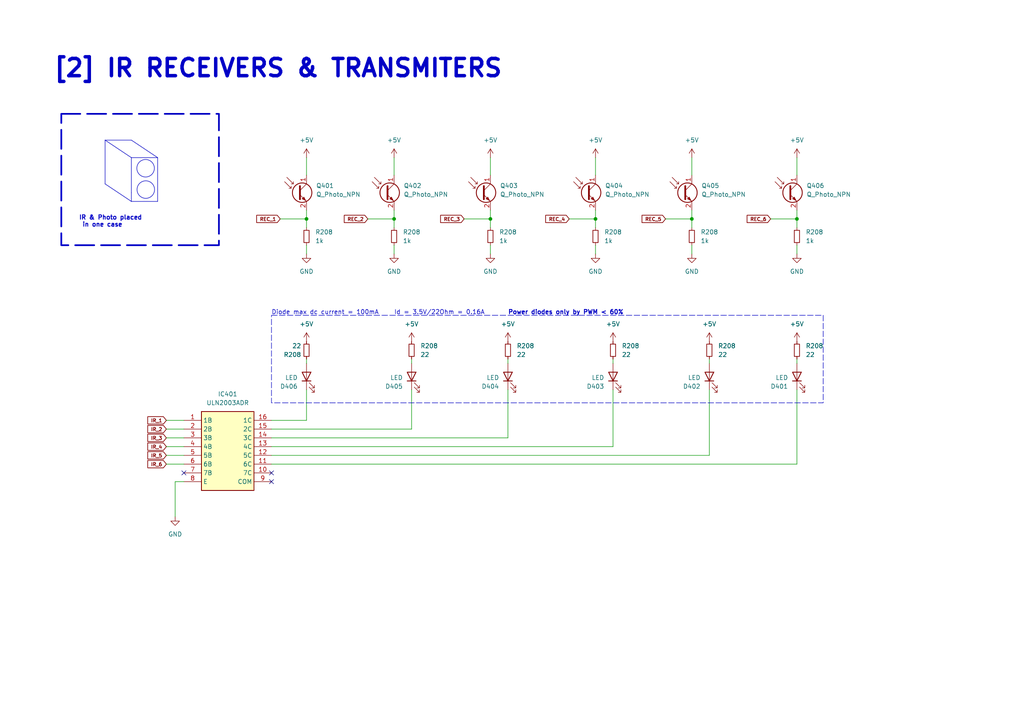
<source format=kicad_sch>
(kicad_sch (version 20230121) (generator eeschema)
  (paper "A4")
  (lib_symbols
    (symbol "Device:LED" (pin_numbers hide) (pin_names (offset 1.016) hide)
      (property "Reference" "D" (at 0 2.54 0))
      (property "Value" "LED" (at 0 -2.54 0))
      (symbol "LED_0_1"
        (polyline (pts (xy -1.27 -1.27) (xy -1.27 1.27)) (stroke (width 0.254)))
        (polyline (pts (xy -1.27 0) (xy 1.27 0)))
        (polyline (pts (xy 1.27 -1.27) (xy 1.27 1.27) (xy -1.27 0) (xy 1.27 -1.27)) (stroke (width 0.254)))
        (polyline (pts (xy -3.048 -0.762) (xy -4.572 -2.286) (xy -3.81 -2.286) (xy -4.572 -2.286) (xy -4.572 -1.524)))
        (polyline (pts (xy -1.778 -0.762) (xy -3.302 -2.286) (xy -2.54 -2.286) (xy -3.302 -2.286) (xy -3.302 -1.524)))
      )
      (symbol "LED_1_1"
        (pin passive line (at -3.81 0 0) (length 2.54) (name "K") (number "1"))
        (pin passive line (at 3.81 0 180) (length 2.54) (name "A") (number "2"))
      )
    )
    (symbol "Device:Q_Photo_NPN" (pin_names (offset 0) hide)
      (property "Reference" "Q" (at 5.08 1.27 0))
      (property "Value" "Q_Photo_NPN" (at 5.08 -1.27 0))
      (symbol "Q_Photo_NPN_0_1"
        (polyline (pts (xy -1.905 1.27) (xy -2.54 1.27)))
        (polyline (pts (xy -1.27 2.54) (xy -1.905 2.54)))
        (polyline (pts (xy 0.635 0.635) (xy 2.54 2.54)))
        (polyline (pts (xy -3.81 3.175) (xy -1.905 1.27) (xy -1.905 1.905)))
        (polyline (pts (xy -3.175 4.445) (xy -1.27 2.54) (xy -1.27 3.175)))
        (polyline (pts (xy 0.635 -0.635) (xy 2.54 -2.54) (xy 2.54 -2.54)))
        (polyline (pts (xy 0.635 1.905) (xy 0.635 -1.905) (xy 0.635 -1.905)) (stroke (width 0.508)))
        (polyline (pts (xy 1.27 -1.778) (xy 1.778 -1.27) (xy 2.286 -2.286) (xy 1.27 -1.778) (xy 1.27 -1.778)) (fill (type outline)))
        (circle (center 1.27 0) (radius 2.8194) (stroke (width 0.254)))
      )
      (symbol "Q_Photo_NPN_1_1"
        (pin passive line (at 2.54 5.08 270) (length 2.54) (name "C") (number "1"))
        (pin passive line (at 2.54 -5.08 90) (length 2.54) (name "E") (number "2"))
      )
    )
    (symbol "Device:R_Small" (pin_numbers hide) (pin_names (offset 0.254) hide)
      (property "Reference" "R" (at 0.762 0.508 0))
      (property "Value" "R_Small" (at 0.762 -1.016 0))
      (symbol "R_Small_0_1"
        (rectangle (start -0.762 1.778) (end 0.762 -1.778) (stroke (width 0.2032)))
      )
      (symbol "R_Small_1_1"
        (pin passive line (at 0 2.54 270) (length 0.762) (name "~") (number "1"))
        (pin passive line (at 0 -2.54 90) (length 0.762) (name "~") (number "2"))
      )
    )
    (symbol "SamacSys_Parts:ULN2003ADR"
      (property "Reference" "IC" (at 21.59 7.62 0))
      (property "Value" "ULN2003ADR" (at 21.59 5.08 0))
      (symbol "ULN2003ADR_1_1"
        (rectangle (start 5.08 2.54) (end 20.32 -20.32) (stroke (width 0.254)) (fill (type background)))
        (pin passive line (at 0 0 0) (length 5.08) (name "1B") (number "1"))
        (pin passive line (at 25.4 -15.24 180) (length 5.08) (name "7C") (number "10"))
        (pin passive line (at 25.4 -12.7 180) (length 5.08) (name "6C") (number "11"))
        (pin passive line (at 25.4 -10.16 180) (length 5.08) (name "5C") (number "12"))
        (pin passive line (at 25.4 -7.62 180) (length 5.08) (name "4C") (number "13"))
        (pin passive line (at 25.4 -5.08 180) (length 5.08) (name "3C") (number "14"))
        (pin passive line (at 25.4 -2.54 180) (length 5.08) (name "2C") (number "15"))
        (pin passive line (at 25.4 0 180) (length 5.08) (name "1C") (number "16"))
        (pin passive line (at 0 -2.54 0) (length 5.08) (name "2B") (number "2"))
        (pin passive line (at 0 -5.08 0) (length 5.08) (name "3B") (number "3"))
        (pin passive line (at 0 -7.62 0) (length 5.08) (name "4B") (number "4"))
        (pin passive line (at 0 -10.16 0) (length 5.08) (name "5B") (number "5"))
        (pin passive line (at 0 -12.7 0) (length 5.08) (name "6B") (number "6"))
        (pin passive line (at 0 -15.24 0) (length 5.08) (name "7B") (number "7"))
        (pin passive line (at 0 -17.78 0) (length 5.08) (name "E") (number "8"))
        (pin passive line (at 25.4 -17.78 180) (length 5.08) (name "COM") (number "9"))
      )
    )
    (symbol "power:+5V" (power) (pin_names (offset 0))
      (property "Value" "+5V" (at 0 3.556 0))
      (symbol "+5V_0_1"
        (polyline (pts (xy -0.762 1.27) (xy 0 2.54)))
        (polyline (pts (xy 0 0) (xy 0 2.54)))
        (polyline (pts (xy 0 2.54) (xy 0.762 1.27)))
      )
      (symbol "+5V_1_1"
        (pin power_in line (at 0 0 90) (length 0) hide (name "+5V") (number "1"))
      )
    )
    (symbol "power:GND" (power) (pin_names (offset 0))
      (property "Value" "GND" (at 0 -3.81 0))
      (symbol "GND_0_1"
        (polyline (pts (xy 0 0) (xy 0 -1.27) (xy 1.27 -1.27) (xy 0 -2.54) (xy -1.27 -1.27) (xy 0 -1.27)))
      )
      (symbol "GND_1_1"
        (pin power_in line (at 0 0 270) (length 0) hide (name "GND") (number "1"))
      )
    )
  )
  (junction (at 172.72 63.5))
  (junction (at 88.9 63.5))
  (junction (at 114.3 63.5))
  (junction (at 200.66 63.5))
  (junction (at 142.24 63.5))
  (junction (at 231.14 63.5))
  (no_connect (at 53.34 137.16))
  (no_connect (at 78.74 137.16))
  (no_connect (at 78.74 139.7))
  (wire (pts (xy 81.28 63.5) (xy 88.9 63.5)))
  (wire (pts (xy 48.26 134.62) (xy 53.34 134.62)))
  (wire (pts (xy 147.32 105.41) (xy 147.32 104.14)))
  (wire (pts (xy 78.74 127) (xy 147.32 127)))
  (polyline (pts (xy 38.1 45.72) (xy 45.72 45.72)))
  (wire (pts (xy 106.68 63.5) (xy 114.3 63.5)))
  (wire (pts (xy 200.66 60.96) (xy 200.66 63.5)))
  (wire (pts (xy 172.72 60.96) (xy 172.72 63.5)))
  (wire (pts (xy 193.04 63.5) (xy 200.66 63.5)))
  (wire (pts (xy 119.38 105.41) (xy 119.38 104.14)))
  (wire (pts (xy 231.14 45.72) (xy 231.14 50.8)))
  (wire (pts (xy 231.14 63.5) (xy 231.14 66.04)))
  (polyline (pts (xy 38.1 40.64) (xy 45.72 45.72)))
  (polyline (pts (xy 38.1 40.64) (xy 30.48 40.64)))
  (wire (pts (xy 48.26 127) (xy 53.34 127)))
  (wire (pts (xy 114.3 60.96) (xy 114.3 63.5)))
  (wire (pts (xy 231.14 113.03) (xy 231.14 134.62)))
  (wire (pts (xy 142.24 60.96) (xy 142.24 63.5)))
  (wire (pts (xy 53.34 139.7) (xy 50.8 139.7)))
  (wire (pts (xy 142.24 71.12) (xy 142.24 73.66)))
  (wire (pts (xy 142.24 45.72) (xy 142.24 50.8)))
  (polyline (pts (xy 38.1 45.72) (xy 38.1 55.88)))
  (wire (pts (xy 147.32 113.03) (xy 147.32 127)))
  (wire (pts (xy 78.74 121.92) (xy 88.9 121.92)))
  (polyline (pts (xy 38.1 55.88) (xy 38.1 58.42)))
  (wire (pts (xy 78.74 129.54) (xy 177.8 129.54)))
  (wire (pts (xy 172.72 63.5) (xy 172.72 66.04)))
  (wire (pts (xy 165.1 63.5) (xy 172.72 63.5)))
  (wire (pts (xy 223.52 63.5) (xy 231.14 63.5)))
  (wire (pts (xy 231.14 71.12) (xy 231.14 73.66)))
  (wire (pts (xy 78.74 134.62) (xy 231.14 134.62)))
  (wire (pts (xy 205.74 105.41) (xy 205.74 104.14)))
  (wire (pts (xy 177.8 105.41) (xy 177.8 104.14)))
  (wire (pts (xy 142.24 63.5) (xy 142.24 66.04)))
  (polyline (pts (xy 30.48 40.64) (xy 30.48 53.34)))
  (wire (pts (xy 200.66 63.5) (xy 200.66 66.04)))
  (wire (pts (xy 231.14 105.41) (xy 231.14 104.14)))
  (polyline (pts (xy 30.48 40.64) (xy 38.1 45.72)))
  (wire (pts (xy 205.74 113.03) (xy 205.74 132.08)))
  (wire (pts (xy 88.9 105.41) (xy 88.9 104.14)))
  (wire (pts (xy 200.66 45.72) (xy 200.66 50.8)))
  (polyline (pts (xy 45.72 45.72) (xy 45.72 58.42)))
  (wire (pts (xy 231.14 60.96) (xy 231.14 63.5)))
  (wire (pts (xy 88.9 63.5) (xy 88.9 66.04)))
  (wire (pts (xy 119.38 113.03) (xy 119.38 124.46)))
  (wire (pts (xy 172.72 45.72) (xy 172.72 50.8)))
  (wire (pts (xy 48.26 121.92) (xy 53.34 121.92)))
  (wire (pts (xy 114.3 45.72) (xy 114.3 50.8)))
  (wire (pts (xy 200.66 71.12) (xy 200.66 73.66)))
  (wire (pts (xy 88.9 113.03) (xy 88.9 121.92)))
  (wire (pts (xy 78.74 132.08) (xy 205.74 132.08)))
  (wire (pts (xy 172.72 71.12) (xy 172.72 73.66)))
  (wire (pts (xy 88.9 71.12) (xy 88.9 73.66)))
  (wire (pts (xy 78.74 124.46) (xy 119.38 124.46)))
  (wire (pts (xy 88.9 45.72) (xy 88.9 50.8)))
  (wire (pts (xy 114.3 63.5) (xy 114.3 66.04)))
  (wire (pts (xy 48.26 132.08) (xy 53.34 132.08)))
  (wire (pts (xy 50.8 139.7) (xy 50.8 149.86)))
  (wire (pts (xy 134.62 63.5) (xy 142.24 63.5)))
  (wire (pts (xy 114.3 71.12) (xy 114.3 73.66)))
  (wire (pts (xy 48.26 124.46) (xy 53.34 124.46)))
  (polyline (pts (xy 38.1 58.42) (xy 30.48 53.34)))
  (wire (pts (xy 177.8 113.03) (xy 177.8 129.54)))
  (polyline (pts (xy 38.1 58.42) (xy 45.72 58.42)))
  (wire (pts (xy 48.26 129.54) (xy 53.34 129.54)))
  (wire (pts (xy 88.9 60.96) (xy 88.9 63.5)))
  (rectangle (start 78.74 91.44) (end 238.76 116.84) (stroke (width 0) (type dash)))
  (circle (center 42.2862 54.9853) (radius 2.54))
  (circle (center 42.2296 48.8004) (radius 2.54))
  (rectangle (start 17.78 33.02) (end 63.5 71.12) (stroke (width 0.5) (type dash)))
  (text "Power diodes only by PWM < 60%" (at 147.32 91.44 0) (effects (font (size 1.27 1.27) bold) (justify left bottom)))
  (text "[2] IR RECEIVERS & TRANSMITERS " (at 15.24 22.86 0) (effects (font (size 5 5) (thickness 1) bold) (justify left bottom)))
  (text "Diode max dc current = 100mA" (at 78.74 91.44 0) (effects (font (size 1.27 1.27)) (justify left bottom)))
  (text "Id = 3.5V/22Ohm = 0.16A" (at 114.3 91.44 0) (effects (font (size 1.27 1.27)) (justify left bottom)))
  (text "IR & Photo placed\n in one case " (at 22.86 66.04 0) (effects (font (size 1.27 1.27) bold) (justify left bottom)))
  (global_label "REC_6" (shape input) (at 223.52 63.5 180) (effects (font (size 1 1) (thickness 0.2) bold)) (property "Intersheetrefs" "${INTERSHEET_REFS}" (effects hide)))
  (global_label "REC_3" (shape input) (at 134.62 63.5 180) (effects (font (size 1 1) (thickness 0.2) bold)) (property "Intersheetrefs" "${INTERSHEET_REFS}" (effects hide)))
  (global_label "IR_5" (shape input) (at 48.26 132.08 180) (effects (font (size 1 1) (thickness 0.2) bold)) (property "Intersheetrefs" "${INTERSHEET_REFS}" (effects hide)))
  (global_label "REC_4" (shape input) (at 165.1 63.5 180) (effects (font (size 1 1) (thickness 0.2) bold)) (property "Intersheetrefs" "${INTERSHEET_REFS}" (effects hide)))
  (global_label "REC_2" (shape input) (at 106.68 63.5 180) (effects (font (size 1 1) (thickness 0.2) bold)) (property "Intersheetrefs" "${INTERSHEET_REFS}" (effects hide)))
  (global_label "IR_1" (shape input) (at 48.26 121.92 180) (effects (font (size 1 1) (thickness 0.2) bold)) (property "Intersheetrefs" "${INTERSHEET_REFS}" (effects hide)))
  (global_label "REC_5" (shape input) (at 193.04 63.5 180) (effects (font (size 1 1) (thickness 0.2) bold)) (property "Intersheetrefs" "${INTERSHEET_REFS}" (effects hide)))
  (global_label "IR_3" (shape input) (at 48.26 127 180) (effects (font (size 1 1) (thickness 0.2) bold)) (property "Intersheetrefs" "${INTERSHEET_REFS}" (effects hide)))
  (global_label "REC_1" (shape input) (at 81.28 63.5 180) (effects (font (size 1 1) (thickness 0.2) bold)) (property "Intersheetrefs" "${INTERSHEET_REFS}" (effects hide)))
  (global_label "IR_2" (shape input) (at 48.26 124.46 180) (effects (font (size 1 1) (thickness 0.2) bold)) (property "Intersheetrefs" "${INTERSHEET_REFS}" (effects hide)))
  (global_label "IR_6" (shape input) (at 48.26 134.62 180) (effects (font (size 1 1) (thickness 0.2) bold)) (property "Intersheetrefs" "${INTERSHEET_REFS}" (effects hide)))
  (global_label "IR_4" (shape input) (at 48.26 129.54 180) (effects (font (size 1 1) (thickness 0.2) bold)) (property "Intersheetrefs" "${INTERSHEET_REFS}" (effects hide)))
  (symbol (lib_id "Device:LED") (at 205.74 109.22 90) (unit 1)
    (property "Reference" "D402" (at 203.2 112.0775 90) (effects (justify left)))
    (property "Value" "LED" (at 203.2 109.5375 90) (effects (justify left)))
  )
  (symbol (lib_id "Device:R_Small") (at 231.14 101.6 0) (unit 1)
    (property "Reference" "R208" (at 233.68 100.33 0) (effects (justify left)))
    (property "Value" "22" (at 233.68 102.87 0) (effects (justify left)))
    (instances (project "Micromouse" (path "" (reference "R208") (unit 1)) (path "" (reference "R407") (unit 1))))
  )
  (symbol (lib_id "Device:R_Small") (at 88.9 68.58 180) (unit 1)
    (property "Reference" "R208" (at 91.44 67.31 0) (effects (justify right)))
    (property "Value" "1k" (at 91.44 69.85 0) (effects (justify right)))
    (instances (project "Micromouse" (path "" (reference "R208") (unit 1)) (path "" (reference "R401") (unit 1))))
  )
  (symbol (lib_id "Device:R_Small") (at 231.14 68.58 180) (unit 1)
    (property "Reference" "R208" (at 233.68 67.31 0) (effects (justify right)))
    (property "Value" "1k" (at 233.68 69.85 0) (effects (justify right)))
    (instances (project "Micromouse" (path "" (reference "R208") (unit 1)) (path "" (reference "R406") (unit 1))))
  )
  (symbol (lib_id "Device:R_Small") (at 200.66 68.58 180) (unit 1)
    (property "Reference" "R208" (at 203.2 67.31 0) (effects (justify right)))
    (property "Value" "1k" (at 203.2 69.85 0) (effects (justify right)))
    (instances (project "Micromouse" (path "" (reference "R208") (unit 1)) (path "" (reference "R405") (unit 1))))
  )
  (symbol (lib_id "Device:R_Small") (at 88.9 101.6 0) (unit 1)
    (property "Reference" "R208" (at 87.376 102.87 0) (effects (justify right)))
    (property "Value" "22" (at 87.376 100.33 0) (effects (justify right)))
    (instances (project "Micromouse" (path "" (reference "R208") (unit 1)) (path "" (reference "R412") (unit 1))))
  )
  (symbol (lib_id "power:+5V") (at 172.72 45.72 0) (unit 1)
    (property "Reference" "#PWR0416" (effects hide))
    (property "Value" "+5V" (at 172.72 40.64 0))
  )
  (symbol (lib_id "power:+5V") (at 205.74 99.06 0) (unit 1)
    (property "Reference" "#PWR0412" (effects hide))
    (property "Value" "+5V" (at 205.74 93.98 0))
  )
  (symbol (lib_id "Device:R_Small") (at 177.8 101.6 0) (unit 1)
    (property "Reference" "R208" (at 180.34 100.33 0) (effects (justify left)))
    (property "Value" "22" (at 180.34 102.87 0) (effects (justify left)))
    (instances (project "Micromouse" (path "" (reference "R208") (unit 1)) (path "" (reference "R409") (unit 1))))
  )
  (symbol (lib_id "power:GND") (at 114.3 73.66 0) (unit 1)
    (property "Reference" "#PWR0402" (effects hide))
    (property "Value" "GND" (at 114.3 78.74 0))
  )
  (symbol (lib_id "Device:R_Small") (at 205.74 101.6 0) (unit 1)
    (property "Reference" "R208" (at 208.28 100.33 0) (effects (justify left)))
    (property "Value" "22" (at 208.28 102.87 0) (effects (justify left)))
    (instances (project "Micromouse" (path "" (reference "R208") (unit 1)) (path "" (reference "R408") (unit 1))))
  )
  (symbol (lib_id "power:GND") (at 200.66 73.66 0) (unit 1)
    (property "Reference" "#PWR0405" (effects hide))
    (property "Value" "GND" (at 200.66 78.74 0))
  )
  (symbol (lib_id "power:+5V") (at 119.38 99.06 0) (unit 1)
    (property "Reference" "#PWR0409" (effects hide))
    (property "Value" "+5V" (at 119.38 93.98 0))
  )
  (symbol (lib_id "SamacSys_Parts:ULN2003ADR") (at 53.34 121.92 0) (unit 1)
    (property "Reference" "IC401" (at 66.04 114.3 0))
    (property "Value" "ULN2003ADR" (at 66.04 116.84 0))
    (property "Footprint" "SOIC127P600X175-16N" (effects hide))
    (property "Datasheet" "http://www.ti.com/lit/ds/symlink/uln2003a.pdf" (effects hide))
    (property "Height" "1.75" (effects hide))
    (property "Manufacturer_Name" "Texas Instruments" (effects hide))
    (property "Manufacturer_Part_Number" "ULN2003ADR" (effects hide))
  )
  (symbol (lib_id "Device:Q_Photo_NPN") (at 111.76 55.88 0) (unit 1)
    (property "Reference" "Q402" (at 117.094 53.8607 0) (effects (justify left)))
    (property "Value" "Q_Photo_NPN" (at 117.094 56.4007 0) (effects (justify left)))
  )
  (symbol (lib_id "power:+5V") (at 147.32 99.06 0) (unit 1)
    (property "Reference" "#PWR0410" (effects hide))
    (property "Value" "+5V" (at 147.32 93.98 0))
  )
  (symbol (lib_id "Device:R_Small") (at 114.3 68.58 180) (unit 1)
    (property "Reference" "R208" (at 116.84 67.31 0) (effects (justify right)))
    (property "Value" "1k" (at 116.84 69.85 0) (effects (justify right)))
    (instances (project "Micromouse" (path "" (reference "R208") (unit 1)) (path "" (reference "R402") (unit 1))))
  )
  (symbol (lib_id "Device:Q_Photo_NPN") (at 86.36 55.88 0) (unit 1)
    (property "Reference" "Q401" (at 91.694 53.8607 0) (effects (justify left)))
    (property "Value" "Q_Photo_NPN" (at 91.694 56.4007 0) (effects (justify left)))
  )
  (symbol (lib_id "Device:R_Small") (at 119.38 101.6 0) (unit 1)
    (property "Reference" "R208" (at 121.92 100.33 0) (effects (justify left)))
    (property "Value" "22" (at 121.92 102.87 0) (effects (justify left)))
    (instances (project "Micromouse" (path "" (reference "R208") (unit 1)) (path "" (reference "R411") (unit 1))))
  )
  (symbol (lib_id "power:GND") (at 50.8 149.86 0) (unit 1)
    (property "Reference" "#PWR0407" (effects hide))
    (property "Value" "GND" (at 50.8 154.94 0))
  )
  (symbol (lib_id "power:GND") (at 231.14 73.66 0) (unit 1)
    (property "Reference" "#PWR0406" (effects hide))
    (property "Value" "GND" (at 231.14 78.74 0))
  )
  (symbol (lib_id "Device:Q_Photo_NPN") (at 198.12 55.88 0) (unit 1)
    (property "Reference" "Q405" (at 203.454 53.8607 0) (effects (justify left)))
    (property "Value" "Q_Photo_NPN" (at 203.454 56.4007 0) (effects (justify left)))
  )
  (symbol (lib_id "power:GND") (at 88.9 73.66 0) (unit 1)
    (property "Reference" "#PWR0401" (effects hide))
    (property "Value" "GND" (at 88.9 78.74 0))
  )
  (symbol (lib_id "Device:R_Small") (at 142.24 68.58 180) (unit 1)
    (property "Reference" "R208" (at 144.78 67.31 0) (effects (justify right)))
    (property "Value" "1k" (at 144.78 69.85 0) (effects (justify right)))
    (instances (project "Micromouse" (path "" (reference "R208") (unit 1)) (path "" (reference "R403") (unit 1))))
  )
  (symbol (lib_id "Device:LED") (at 88.9 109.22 90) (unit 1)
    (property "Reference" "D406" (at 86.36 112.0775 90) (effects (justify left)))
    (property "Value" "LED" (at 86.36 109.5375 90) (effects (justify left)))
  )
  (symbol (lib_id "Device:Q_Photo_NPN") (at 139.7 55.88 0) (unit 1)
    (property "Reference" "Q403" (at 145.034 53.8607 0) (effects (justify left)))
    (property "Value" "Q_Photo_NPN" (at 145.034 56.4007 0) (effects (justify left)))
  )
  (symbol (lib_id "power:+5V") (at 231.14 99.06 0) (unit 1)
    (property "Reference" "#PWR0419" (effects hide))
    (property "Value" "+5V" (at 231.14 93.98 0))
  )
  (symbol (lib_id "Device:LED") (at 231.14 109.22 90) (unit 1)
    (property "Reference" "D401" (at 228.6 112.0775 90) (effects (justify left)))
    (property "Value" "LED" (at 228.6 109.5375 90) (effects (justify left)))
  )
  (symbol (lib_id "Device:Q_Photo_NPN") (at 170.18 55.88 0) (unit 1)
    (property "Reference" "Q404" (at 175.514 53.8607 0) (effects (justify left)))
    (property "Value" "Q_Photo_NPN" (at 175.514 56.4007 0) (effects (justify left)))
  )
  (symbol (lib_id "Device:LED") (at 177.8 109.22 90) (unit 1)
    (property "Reference" "D403" (at 175.26 112.0775 90) (effects (justify left)))
    (property "Value" "LED" (at 175.26 109.5375 90) (effects (justify left)))
  )
  (symbol (lib_id "power:+5V") (at 88.9 45.72 0) (unit 1)
    (property "Reference" "#PWR0413" (effects hide))
    (property "Value" "+5V" (at 88.9 40.64 0))
  )
  (symbol (lib_id "Device:R_Small") (at 172.72 68.58 180) (unit 1)
    (property "Reference" "R208" (at 175.26 67.31 0) (effects (justify right)))
    (property "Value" "1k" (at 175.26 69.85 0) (effects (justify right)))
    (instances (project "Micromouse" (path "" (reference "R208") (unit 1)) (path "" (reference "R404") (unit 1))))
  )
  (symbol (lib_id "power:+5V") (at 88.9 99.06 0) (unit 1)
    (property "Reference" "#PWR0408" (effects hide))
    (property "Value" "+5V" (at 88.9 93.98 0))
  )
  (symbol (lib_id "Device:R_Small") (at 147.32 101.6 0) (unit 1)
    (property "Reference" "R208" (at 149.86 100.33 0) (effects (justify left)))
    (property "Value" "22" (at 149.86 102.87 0) (effects (justify left)))
    (instances (project "Micromouse" (path "" (reference "R208") (unit 1)) (path "" (reference "R410") (unit 1))))
  )
  (symbol (lib_id "power:+5V") (at 177.8 99.06 0) (unit 1)
    (property "Reference" "#PWR0411" (effects hide))
    (property "Value" "+5V" (at 177.8 93.98 0))
  )
  (symbol (lib_id "power:GND") (at 172.72 73.66 0) (unit 1)
    (property "Reference" "#PWR0404" (effects hide))
    (property "Value" "GND" (at 172.72 78.74 0))
  )
  (symbol (lib_id "power:GND") (at 142.24 73.66 0) (unit 1)
    (property "Reference" "#PWR0403" (effects hide))
    (property "Value" "GND" (at 142.24 78.74 0))
  )
  (symbol (lib_id "power:+5V") (at 142.24 45.72 0) (unit 1)
    (property "Reference" "#PWR0415" (effects hide))
    (property "Value" "+5V" (at 142.24 40.64 0))
  )
  (symbol (lib_id "power:+5V") (at 200.66 45.72 0) (unit 1)
    (property "Reference" "#PWR0417" (effects hide))
    (property "Value" "+5V" (at 200.66 40.64 0))
  )
  (symbol (lib_id "power:+5V") (at 231.14 45.72 0) (unit 1)
    (property "Reference" "#PWR0418" (effects hide))
    (property "Value" "+5V" (at 231.14 40.64 0))
  )
  (symbol (lib_id "Device:LED") (at 147.32 109.22 90) (unit 1)
    (property "Reference" "D404" (at 144.78 112.0775 90) (effects (justify left)))
    (property "Value" "LED" (at 144.78 109.5375 90) (effects (justify left)))
  )
  (symbol (lib_id "power:+5V") (at 114.3 45.72 0) (unit 1)
    (property "Reference" "#PWR0414" (effects hide))
    (property "Value" "+5V" (at 114.3 40.64 0))
  )
  (symbol (lib_id "Device:LED") (at 119.38 109.22 90) (unit 1)
    (property "Reference" "D405" (at 116.84 112.0775 90) (effects (justify left)))
    (property "Value" "LED" (at 116.84 109.5375 90) (effects (justify left)))
  )
  (symbol (lib_id "Device:Q_Photo_NPN") (at 228.6 55.88 0) (unit 1)
    (property "Reference" "Q406" (at 233.934 53.8607 0) (effects (justify left)))
    (property "Value" "Q_Photo_NPN" (at 233.934 56.4007 0) (effects (justify left)))
  )
)
</source>
